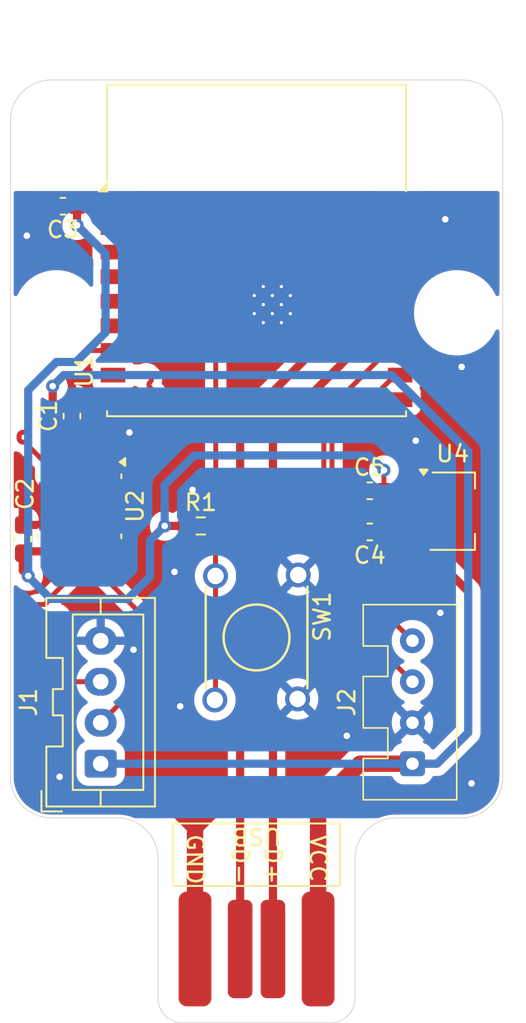
<source format=kicad_pcb>
(kicad_pcb (version 20241229) (generator "pcbnew") (generator_version "9.0")
  (layers (0 "F.Cu" signal) (2 "B.Cu" signal) (13 "F.Paste" user) (15 "B.Paste" user) (5 "F.SilkS" user "F.Silkscreen") (7 "B.SilkS" user "B.Silkscreen") (1 "F.Mask" user) (3 "B.Mask" user) (25 "Edge.Cuts" user))
  (net 0 "")
  (net 1 "+5V")
  (net 2 "GND")
  (net 3 "+3.3V")
  (net 4 "Net-(J2-TX)")
  (net 5 "Net-(J2-RX)")
  (net 6 "Net-(SW1-A)")
  (net 12 "Net-(U1-IO8{slash}CAN_TX)")
  (net 16 "Net-(U1-IO9{slash}CAN_RX)")
  (net 18 "CAN_N")
  (net 19 "CAN_P")
  (net 20 "USB_N")
  (net 21 "USB_P")
  (footprint "Capacitor_SMD:C_0603_1608Metric_Pad1.08x0.95mm_HandSolder" (layer "F.Cu") (at 134.9 83.565 180)
    (property "Reference" "C4" (at 0 -1.43 0) (layer "F.SilkS") (effects (font (thickness 0.153))))
    (property "Value" "0.1u")
    (fp_line (start -0.146267 0.51) (end 0.146267 0.51) (stroke (width 0.12)) (layer "F.SilkS"))
    (fp_line (start -0.146267 -0.51) (end 0.146267 -0.51) (stroke (width 0.12)) (layer "F.SilkS"))
    (pad "1" smd roundrect (at -0.8625 0 180) (size 1.075 0.95) (layers "F.Cu" "F.Mask" "F.Paste") (net 1 "+5V"))
    (pad "2" smd roundrect (at 0.8625 0 180) (size 1.075 0.95) (layers "F.Cu" "F.Mask" "F.Paste") (net 2 "GND"))
  )
  (footprint "Package_TO_SOT_SMD:SOT-89-3" (layer "F.Cu") (at 139.95 82.3)
    (property "Reference" "U4" (at 0 -3.5 0) (layer "F.SilkS") (effects (font (thickness 0.153))))
    (property "Value" "AP130-33Y")
    (fp_line (start -1.22 -2.36) (end 1.36 -2.36) (stroke (width 0.12)) (layer "F.SilkS"))
    (fp_line (start 1.36 -1.38) (end 1.36 -2.36) (stroke (width 0.12)) (layer "F.SilkS"))
    (fp_line (start 1.36 1.38) (end 1.36 2.36) (stroke (width 0.12)) (layer "F.SilkS"))
    (fp_line (start 1.36 2.36) (end -1.36 2.36) (stroke (width 0.12)) (layer "F.SilkS"))
    (fp_poly (pts (xy -1.77 -2.21) (xy -2.01 -2.54) (xy -1.53 -2.54) (xy -1.77 -2.21)) (stroke (width 0.12)) (fill yes) (layer "F.SilkS"))
    (pad "1" smd roundrect (at -1.95 -1.5) (size 1.3 0.9) (layers "F.Cu" "F.Mask" "F.Paste") (net 3 "+3.3V"))
    (pad "2" smd custom (at -1.8625 0) (size 1.475 0.9) (layers "F.Cu" "F.Mask" "F.Paste") (net 2 "GND") (options (clearance outline) (anchor rect)) (primitives (gr_poly (pts (xy 3.8625 0.8665) (xy 0.7375 0.8665) (xy 0.7375 -0.8665) (xy 3.8625 -0.8665)) (width 0) (fill yes))))
    (pad "3" smd roundrect (at -1.95 1.5) (size 1.3 0.9) (layers "F.Cu" "F.Mask" "F.Paste") (net 1 "+5V"))
  )
  (footprint "Capacitor_SMD:C_0603_1608Metric_Pad1.08x0.95mm_HandSolder" (layer "F.Cu") (at 113.75 84 90)
    (property "Reference" "C2" (at 2.75 0.15 90) (layer "F.SilkS") (effects (font (thickness 0.153))))
    (property "Value" "0.1u")
    (fp_line (start -0.146267 -0.51) (end 0.146267 -0.51) (stroke (width 0.12)) (layer "F.SilkS"))
    (fp_line (start -0.146267 0.51) (end 0.146267 0.51) (stroke (width 0.12)) (layer "F.SilkS"))
    (pad "1" smd roundrect (at -0.8625 0 90) (size 1.075 0.95) (layers "F.Cu" "F.Mask" "F.Paste") (net 3 "+3.3V"))
    (pad "2" smd roundrect (at 0.8625 0 90) (size 1.075 0.95) (layers "F.Cu" "F.Mask" "F.Paste") (net 2 "GND"))
  )
  (footprint "circuit-endless-soju-party:DF1B-4P-2.5DSA" (layer "F.Cu") (at 137.5 93.95 90)
    (property "Reference" "J2" (at 0 -4 90) (layer "F.SilkS") (effects (font (thickness 0.153))))
    (property "Value" "UART")
    (fp_line (start 5.95 -3) (end 5.95 2.7) (stroke (width 0.1)) (layer "F.SilkS"))
    (fp_line (start 3.43 -3) (end 5.95 -3) (stroke (width 0.1)) (layer "F.SilkS"))
    (fp_line (start 3.43 -3) (end 3.43 -1.5) (stroke (width 0.1)) (layer "F.SilkS"))
    (fp_line (start -1.57 -3) (end 1.57 -3) (stroke (width 0.1)) (layer "F.SilkS"))
    (fp_line (start -3.42554 -3) (end -5.95 -3) (stroke (width 0.1)) (layer "F.SilkS"))
    (fp_line (start -3.43 -3) (end -3.43 -1.5) (stroke (width 0.1)) (layer "F.SilkS"))
    (fp_line (start -5.95 -3) (end -5.95 2.7) (stroke (width 0.1)) (layer "F.SilkS"))
    (fp_line (start 1.57 -1.5) (end 1.57 -3) (stroke (width 0.1)) (layer "F.SilkS"))
    (fp_line (start 1.57 -1.5) (end 3.43 -1.5) (stroke (width 0.1)) (layer "F.SilkS"))
    (fp_line (start -1.57 -1.5) (end -1.57 -3) (stroke (width 0.1)) (layer "F.SilkS"))
    (fp_line (start -3.43 -1.5) (end -1.57 -1.5) (stroke (width 0.1)) (layer "F.SilkS"))
    (fp_line (start 5.95 2.7) (end -5.95 2.7) (stroke (width 0.1)) (layer "F.SilkS"))
    (pad "1" thru_hole roundrect (at -3.75 0 90) (size 1.524 1.524) (drill 0.762) (layers "*.Cu" "*.Mask") (roundrect_rratio 0.1640419948) (net 1 "+5V"))
    (pad "2" thru_hole circle (at -1.25 0 90) (size 1.524 1.524) (drill 0.762) (layers "*.Cu" "*.Mask") (net 2 "GND"))
    (pad "3" thru_hole circle (at 1.25 0 90) (size 1.524 1.524) (drill 0.762) (layers "*.Cu" "*.Mask") (net 4 "Net-(J2-TX)"))
    (pad "4" thru_hole circle (at 3.75 0 90) (size 1.524 1.524) (drill 0.762) (layers "*.Cu" "*.Mask") (net 5 "Net-(J2-RX)"))
  )
  (footprint "circuit-endless-soju-party:tact" (layer "F.Cu") (at 128 90 -90)
    (property "Reference" "SW1" (at -1.27 -4 90) (layer "F.SilkS") (effects (font (thickness 0.153))))
    (property "Value" "RESET")
    (fp_line (start 3.1 3.1) (end -3.1 3.1) (stroke (width 0.15)) (layer "F.SilkS"))
    (fp_line (start -3.1 -3.1) (end 3.1 -3.1) (stroke (width 0.15)) (layer "F.SilkS"))
    (fp_circle (center 0 0) (end 1.905 -0.635) (stroke (width 0.15)) (fill no) (layer "F.SilkS"))
    (pad "1" thru_hole circle (at -3.81 -2.54 270) (size 1.524 1.524) (drill 1) (layers "*.Cu" "*.Mask") (net 2 "GND"))
    (pad "2" thru_hole circle (at 3.75 -2.5 270) (size 1.524 1.524) (drill 1) (layers "*.Cu" "*.Mask") (net 2 "GND"))
    (pad "3" thru_hole circle (at -3.75 2.5 270) (size 1.524 1.524) (drill 1) (layers "*.Cu" "*.Mask") (net 6 "Net-(SW1-A)"))
    (pad "4" thru_hole circle (at 3.81 2.54 270) (size 1.524 1.524) (drill 1) (layers "*.Cu" "*.Mask") (net 6 "Net-(SW1-A)"))
  )
  (footprint "circuit-endless-soju-party:holeφ3.2" (layer "F.Cu") (at 140.2 70.2)
    (property "Reference" " " (hide yes))
    (property "Value" "holeφ3.2")
    (pad "" np_thru_hole circle (at 0 0) (size 3.2 3.2) (drill 3.2) (layers "*.Cu" "*.Mask") (clearance 1))
  )
  (footprint "Capacitor_SMD:C_0603_1608Metric_Pad1.08x0.95mm_HandSolder" (layer "F.Cu") (at 116.2 63.7 180)
    (property "Reference" "C3" (at 0 -1.43 0) (layer "F.SilkS") (effects (font (thickness 0.153))))
    (property "Value" "0.1u")
    (fp_line (start -0.146267 0.51) (end 0.146267 0.51) (stroke (width 0.12)) (layer "F.SilkS"))
    (fp_line (start -0.146267 -0.51) (end 0.146267 -0.51) (stroke (width 0.12)) (layer "F.SilkS"))
    (pad "1" smd roundrect (at -0.8625 0 180) (size 1.075 0.95) (layers "F.Cu" "F.Mask" "F.Paste") (net 3 "+3.3V"))
    (pad "2" smd roundrect (at 0.8625 0 180) (size 1.075 0.95) (layers "F.Cu" "F.Mask" "F.Paste") (net 2 "GND"))
  )
  (footprint "Capacitor_SMD:C_0603_1608Metric_Pad1.08x0.95mm_HandSolder" (layer "F.Cu") (at 134.9 81.055 180)
    (property "Reference" "C5" (at 0 1.43 0) (layer "F.SilkS") (effects (font (thickness 0.153))))
    (property "Value" "0.1u")
    (fp_line (start -0.146267 0.51) (end 0.146267 0.51) (stroke (width 0.12)) (layer "F.SilkS"))
    (fp_line (start -0.146267 -0.51) (end 0.146267 -0.51) (stroke (width 0.12)) (layer "F.SilkS"))
    (pad "1" smd roundrect (at -0.8625 0 180) (size 1.075 0.95) (layers "F.Cu" "F.Mask" "F.Paste") (net 3 "+3.3V"))
    (pad "2" smd roundrect (at 0.8625 0 180) (size 1.075 0.95) (layers "F.Cu" "F.Mask" "F.Paste") (net 2 "GND"))
  )
  (footprint "Connector_JST:JST_XA_B04B-XASK-1_1x04_P2.50mm_Vertical" (layer "F.Cu") (at 118.5 97.7 90)
    (property "Reference" "J1" (at 3.75 -4.4 90) (layer "F.SilkS") (effects (font (thickness 0.153))))
    (property "Value" "CAN")
    (fp_line (start -1.66 -3.61) (end -2.91 -3.61) (stroke (width 0.12)) (layer "F.SilkS"))
    (fp_line (start -2.91 -3.61) (end -2.91 -2.36) (stroke (width 0.12)) (layer "F.SilkS"))
    (fp_line (start 10.11 -3.31) (end 6.45 -3.31) (stroke (width 0.12)) (layer "F.SilkS"))
    (fp_line (start 6.45 -3.31) (end 6.45 -2.31) (stroke (width 0.12)) (layer "F.SilkS"))
    (fp_line (start 1.05 -3.31) (end -2.61 -3.31) (stroke (width 0.12)) (layer "F.SilkS"))
    (fp_line (start -2.61 -3.31) (end -2.61 3.31) (stroke (width 0.12)) (layer "F.SilkS"))
    (fp_line (start 4.55 -2.91) (end 2.95 -2.91) (stroke (width 0.12)) (layer "F.SilkS"))
    (fp_line (start 2.95 -2.91) (end 2.95 -2.31) (stroke (width 0.12)) (layer "F.SilkS"))
    (fp_line (start 6.45 -2.31) (end 4.55 -2.31) (stroke (width 0.12)) (layer "F.SilkS"))
    (fp_line (start 4.55 -2.31) (end 4.55 -2.91) (stroke (width 0.12)) (layer "F.SilkS"))
    (fp_line (start 2.95 -2.31) (end 1.05 -2.31) (stroke (width 0.12)) (layer "F.SilkS"))
    (fp_line (start 1.05 -2.31) (end 1.05 -3.31) (stroke (width 0.12)) (layer "F.SilkS"))
    (fp_line (start 9.1 -1.7) (end -1.6 -1.7) (stroke (width 0.12)) (layer "F.SilkS"))
    (fp_line (start -1.6 -1.7) (end -1.6 2.6) (stroke (width 0.12)) (layer "F.SilkS"))
    (fp_line (start 10.11 0) (end 9.1 0) (stroke (width 0.12)) (layer "F.SilkS"))
    (fp_line (start -2.61 0) (end -1.6 0) (stroke (width 0.12)) (layer "F.SilkS"))
    (fp_line (start 9.1 2.6) (end 9.1 -1.7) (stroke (width 0.12)) (layer "F.SilkS"))
    (fp_line (start -1.6 2.6) (end 9.1 2.6) (stroke (width 0.12)) (layer "F.SilkS"))
    (fp_line (start 10.11 3.31) (end 10.11 -3.31) (stroke (width 0.12)) (layer "F.SilkS"))
    (fp_line (start -2.61 3.31) (end 10.11 3.31) (stroke (width 0.12)) (layer "F.SilkS"))
    (pad "1" thru_hole roundrect (at 0 0 90) (size 1.7 1.95) (drill 0.95) (layers "*.Cu" "*.Mask") (roundrect_rratio 0.147059) (net 1 "+5V"))
    (pad "2" thru_hole oval (at 2.5 0 90) (size 1.7 1.95) (drill 0.95) (layers "*.Cu" "*.Mask") (net 19 "CAN_P"))
    (pad "3" thru_hole oval (at 5 0 90) (size 1.7 1.95) (drill 0.95) (layers "*.Cu" "*.Mask") (net 18 "CAN_N"))
    (pad "4" thru_hole oval (at 7.5 0 90) (size 1.7 1.95) (drill 0.95) (layers "*.Cu" "*.Mask") (net 2 "GND"))
  )
  (footprint "Package_SO:SOIC-8-1EP_3.9x4.9mm_P1.27mm_EP2.95x4.9mm_Mask2.71x3.4mm" (layer "F.Cu") (at 117.2 82 -90)
    (property "Reference" "U2" (at 0 -3.4 270) (layer "F.SilkS") (effects (font (thickness 0.153))))
    (property "Value" "ATA6561-GAQW")
    (fp_line (start -1.710584 2.56) (end -1.95 2.56) (stroke (width 0.12)) (layer "F.SilkS"))
    (fp_line (start 1.710584 2.56) (end 1.95 2.56) (stroke (width 0.12)) (layer "F.SilkS"))
    (fp_line (start -1.710584 -2.56) (end -1.95 -2.56) (stroke (width 0.12)) (layer "F.SilkS"))
    (fp_line (start 1.710584 -2.56) (end 1.95 -2.56) (stroke (width 0.12)) (layer "F.SilkS"))
    (fp_poly (pts (xy -2.7 -2.465) (xy -2.94 -2.795) (xy -2.46 -2.795) (xy -2.7 -2.465)) (stroke (width 0.12)) (fill yes) (layer "F.SilkS"))
    (pad "1" smd roundrect (at -2.5625 -1.905 270) (size 1.775 0.6) (layers "F.Cu" "F.Mask" "F.Paste") (net 16 "Net-(U1-IO9{slash}CAN_RX)"))
    (pad "2" smd roundrect (at -2.5625 -0.635 270) (size 1.775 0.6) (layers "F.Cu" "F.Mask" "F.Paste") (net 2 "GND"))
    (pad "3" smd roundrect (at -2.5625 0.635 270) (size 1.775 0.6) (layers "F.Cu" "F.Mask" "F.Paste") (net 1 "+5V"))
    (pad "4" smd roundrect (at -2.5625 1.905 270) (size 1.775 0.6) (layers "F.Cu" "F.Mask" "F.Paste") (net 12 "Net-(U1-IO8{slash}CAN_TX)"))
    (pad "5" smd roundrect (at 2.5625 1.905 270) (size 1.775 0.6) (layers "F.Cu" "F.Mask" "F.Paste") (net 3 "+3.3V"))
    (pad "6" smd roundrect (at 2.5625 0.635 270) (size 1.775 0.6) (layers "F.Cu" "F.Mask" "F.Paste") (net 18 "CAN_N"))
    (pad "7" smd roundrect (at 2.5625 -0.635 270) (size 1.775 0.6) (layers "F.Cu" "F.Mask" "F.Paste") (net 19 "CAN_P"))
    (pad "8" smd roundrect (at 2.5625 -1.905 270) (size 1.775 0.6) (layers "F.Cu" "F.Mask" "F.Paste") (net 2 "GND"))
    (pad "9" smd rect (at 0 0 270) (size 2.95 4.9) (property pad_prop_heatsink) (layers "F.Cu") (net 2 "GND"))
  )
  (footprint "Resistor_SMD:R_0603_1608Metric_Pad0.98x0.95mm_HandSolder" (layer "F.Cu") (at 124.6 83.2)
    (property "Reference" "R1" (at 0 -1.43 0) (layer "F.SilkS") (effects (font (thickness 0.153))))
    (property "Value" "10k")
    (fp_line (start -0.254724 -0.5225) (end 0.254724 -0.5225) (stroke (width 0.12)) (layer "F.SilkS"))
    (fp_line (start -0.254724 0.5225) (end 0.254724 0.5225) (stroke (width 0.12)) (layer "F.SilkS"))
    (pad "1" smd roundrect (at -0.9125 0) (size 0.975 0.95) (layers "F.Cu" "F.Mask" "F.Paste") (net 3 "+3.3V"))
    (pad "2" smd roundrect (at 0.9125 0) (size 0.975 0.95) (layers "F.Cu" "F.Mask" "F.Paste") (net 6 "Net-(SW1-A)"))
  )
  (footprint "RF_Module:ESP32-C3-WROOM-02" (layer "F.Cu") (at 128 69.5)
    (property "Reference" "U1" (at -10.5 4.25 90) (layer "F.SilkS") (effects (font (thickness 0.153))))
    (property "Value" "ESP32-C3-MINI-1-N4")
    (fp_line (start -9.11 -13.21) (end -9.11 -7.4) (stroke (width 0.12)) (layer "F.SilkS"))
    (fp_line (start -9.11 -13.21) (end 9.11 -13.21) (stroke (width 0.12)) (layer "F.SilkS"))
    (fp_line (start -9.11 6.71) (end -9.11 7.01) (stroke (width 0.12)) (layer "F.SilkS"))
    (fp_line (start -9.11 7.01) (end 9.11 7.01) (stroke (width 0.12)) (layer "F.SilkS"))
    (fp_line (start 9.11 -13.21) (end 9.11 -6.71) (stroke (width 0.12)) (layer "F.SilkS"))
    (fp_line (start 9.11 6.71) (end 9.11 7.01) (stroke (width 0.12)) (layer "F.SilkS"))
    (fp_poly (pts (xy -9.1 -6.7) (xy -9.6 -6.7) (xy -9.1 -7.2) (xy -9.1 -6.7)) (stroke (width 0.12)) (fill yes) (layer "F.SilkS"))
    (pad "1" smd rect (at -8.75 -6) (size 1.5 0.9) (layers "F.Cu" "F.Mask" "F.Paste") (net 3 "+3.3V"))
    (pad "2" smd rect (at -8.75 -4.5) (size 1.5 0.9) (layers "F.Cu" "F.Mask" "F.Paste") (net 6 "Net-(SW1-A)"))
    (pad "3" smd rect (at -8.75 -3) (size 1.5 0.9) (layers "F.Cu" "F.Mask" "F.Paste"))
    (pad "4" smd rect (at -8.75 -1.5) (size 1.5 0.9) (layers "F.Cu" "F.Mask" "F.Paste"))
    (pad "5" smd rect (at -8.75 0) (size 1.5 0.9) (layers "F.Cu" "F.Mask" "F.Paste"))
    (pad "6" smd rect (at -8.75 1.5) (size 1.5 0.9) (layers "F.Cu" "F.Mask" "F.Paste"))
    (pad "7" smd rect (at -8.75 3) (size 1.5 0.9) (layers "F.Cu" "F.Mask" "F.Paste") (net 12 "Net-(U1-IO8{slash}CAN_TX)"))
    (pad "8" smd rect (at -8.75 4.5) (size 1.5 0.9) (layers "F.Cu" "F.Mask" "F.Paste") (net 16 "Net-(U1-IO9{slash}CAN_RX)"))
    (pad "9" smd rect (at -8.75 6) (size 1.5 0.9) (layers "F.Cu" "F.Mask" "F.Paste") (net 2 "GND"))
    (pad "10" smd rect (at 8.75 6) (size 1.5 0.9) (layers "F.Cu" "F.Mask" "F.Paste"))
    (pad "11" smd rect (at 8.75 4.5) (size 1.5 0.9) (layers "F.Cu" "F.Mask" "F.Paste") (net 5 "Net-(J2-RX)"))
    (pad "12" smd rect (at 8.75 3) (size 1.5 0.9) (layers "F.Cu" "F.Mask" "F.Paste") (net 4 "Net-(J2-TX)"))
    (pad "13" smd rect (at 8.75 1.5) (size 1.5 0.9) (layers "F.Cu" "F.Mask" "F.Paste") (net 21 "USB_P"))
    (pad "14" smd rect (at 8.75 0) (size 1.5 0.9) (layers "F.Cu" "F.Mask" "F.Paste") (net 20 "USB_N"))
    (pad "15" smd rect (at 8.75 -1.5) (size 1.5 0.9) (layers "F.Cu" "F.Mask" "F.Paste"))
    (pad "16" smd rect (at 8.75 -3) (size 1.5 0.9) (layers "F.Cu" "F.Mask" "F.Paste"))
    (pad "17" smd rect (at 8.75 -4.5) (size 1.5 0.9) (layers "F.Cu" "F.Mask" "F.Paste"))
    (pad "18" smd rect (at 8.75 -6) (size 1.5 0.9) (layers "F.Cu" "F.Mask" "F.Paste"))
    (pad "19" thru_hole circle (at -0.14 -0.35) (size 0.6 0.6) (drill 0.2) (property pad_prop_heatsink) (layers "*.Cu" "F.Mask") (net 2 "GND"))
    (pad "19" thru_hole circle (at -0.14 0.75) (size 0.6 0.6) (drill 0.2) (property pad_prop_heatsink) (layers "*.Cu" "F.Mask") (net 2 "GND"))
    (pad "19" thru_hole circle (at 0.41 -0.9) (size 0.6 0.6) (drill 0.2) (property pad_prop_heatsink) (layers "*.Cu" "F.Mask") (net 2 "GND"))
    (pad "19" thru_hole circle (at 0.41 0.2) (size 0.6 0.6) (drill 0.2) (property pad_prop_heatsink) (layers "*.Cu" "F.Mask") (net 2 "GND"))
    (pad "19" thru_hole circle (at 0.41 1.3) (size 0.6 0.6) (drill 0.2) (property pad_prop_heatsink) (layers "*.Cu" "F.Mask") (net 2 "GND"))
    (pad "19" thru_hole circle (at 0.96 -0.35) (size 0.6 0.6) (drill 0.2) (property pad_prop_heatsink) (layers "*.Cu" "F.Mask") (net 2 "GND"))
    (pad "19" smd rect (at 0.96 0.2) (size 2.9 2.9) (property pad_prop_heatsink) (layers "F.Cu" "F.Mask") (net 2 "GND"))
    (pad "19" thru_hole circle (at 0.96 0.75) (size 0.6 0.6) (drill 0.2) (property pad_prop_heatsink) (layers "*.Cu" "F.Mask") (net 2 "GND"))
    (pad "19" thru_hole circle (at 1.51 -0.9) (size 0.6 0.6) (drill 0.2) (property pad_prop_heatsink) (layers "*.Cu" "F.Mask") (net 2 "GND"))
    (pad "19" thru_hole circle (at 1.51 0.2) (size 0.6 0.6) (drill 0.2) (property pad_prop_heatsink) (layers "*.Cu" "F.Mask") (net 2 "GND"))
    (pad "19" thru_hole circle (at 1.51 1.3) (size 0.6 0.6) (drill 0.2) (property pad_prop_heatsink) (layers "*.Cu" "F.Mask") (net 2 "GND"))
    (pad "19" thru_hole circle (at 2.06 -0.35) (size 0.6 0.6) (drill 0.2) (property pad_prop_heatsink) (layers "*.Cu" "F.Mask") (net 2 "GND"))
    (pad "19" thru_hole circle (at 2.06 0.75) (size 0.6 0.6) (drill 0.2) (property pad_prop_heatsink) (layers "*.Cu" "F.Mask") (net 2 "GND"))
    (zone (net 0) (net_name "") (layers "F.Cu" "B.Cu") (connect_pads (clearance 0)) (min_thickness 0.254)
      (keepout (tracks not_allowed) (vias not_allowed) (pads not_allowed) (copperpour not_allowed) (footprints not_allowed))
      (fill (thermal_gap 0.508) (thermal_bridge_width 0.508))
      (polygon (pts (xy 114 62.4) (xy 142 62.4) (xy 142 51.4) (xy 114 51.4)))
    )
  )
  (footprint "Capacitor_SMD:C_0603_1608Metric_Pad1.08x0.95mm_HandSolder" (layer "F.Cu") (at 116.75 76.5 90)
    (property "Reference" "C1" (at 0 -1.43 90) (layer "F.SilkS") (effects (font (thickness 0.153))))
    (property "Value" "0.1u")
    (fp_line (start -0.146267 -0.51) (end 0.146267 -0.51) (stroke (width 0.12)) (layer "F.SilkS"))
    (fp_line (start -0.146267 0.51) (end 0.146267 0.51) (stroke (width 0.12)) (layer "F.SilkS"))
    (pad "1" smd roundrect (at -0.8625 0 90) (size 1.075 0.95) (layers "F.Cu" "F.Mask" "F.Paste") (net 1 "+5V"))
    (pad "2" smd roundrect (at 0.8625 0 90) (size 1.075 0.95) (layers "F.Cu" "F.Mask" "F.Paste") (net 2 "GND"))
  )
  (footprint "circuit-endless-soju-party:holeφ3.2" (layer "F.Cu") (at 115.8 70.2)
    (property "Reference" " " (hide yes))
    (property "Value" "holeφ3.2")
    (pad "" np_thru_hole circle (at 0 0) (size 3.2 3.2) (drill 3.2) (layers "*.Cu" "*.Mask") (clearance 1))
  )
  (footprint "circuit-endless-soju-party:PCB_USB_Connecter" (layer "F.Cu") (at 128 109 -90)
    (property "Reference" "U3" (hide yes))
    (property "Value" "~")
    (fp_rect (start -7.655 -5.08) (end -3.845 5.08) (stroke (width 0.12)) (fill no) (layer "F.SilkS"))
    (fp_text user "USB" (at -7.45 0 180) (layer "F.SilkS") (effects (font (thickness 0.153)) (justify bottom)))
    (fp_text user "GND" (at -3.845 3.75 270) (layer "F.SilkS") (effects (font (thickness 0.153)) (justify right)))
    (fp_text user "D-" (at -3.845 1 270) (layer "F.SilkS") (effects (font (thickness 0.153)) (justify right)))
    (fp_text user "VCC" (at -4 -3.75 270) (layer "F.SilkS") (effects (font (thickness 0.153)) (justify right)))
    (fp_text user "D+" (at -3.845 -1 270) (layer "F.SilkS") (effects (font (thickness 0.153)) (justify right)))
    (pad "1" connect roundrect (at 0 -3.75 270) (size 7 2) (layers "F.Cu" "F.Mask") (net 1 "+5V"))
    (pad "2" connect roundrect (at 0 -1 270) (size 6 1.5) (layers "F.Cu" "F.Mask") (net 21 "USB_P"))
    (pad "3" connect roundrect (at 0 1 270) (size 6 1.5) (layers "F.Cu" "F.Mask") (net 20 "USB_N"))
    (pad "4" connect roundrect (at 0 3.75 270) (size 7 2) (layers "F.Cu" "F.Mask") (net 2 "GND"))
  )
  (gr_line (start 143 58.5) (end 143 98.5) (stroke (width 0.05)) (layer "Edge.Cuts"))
  (gr_arc (start 140.5 56) (mid 142.267767 56.732233) (end 143 58.5) (stroke (width 0.05)) (layer "Edge.Cuts"))
  (gr_line (start 115.5 56) (end 140.5 56) (stroke (width 0.05)) (layer "Edge.Cuts"))
  (gr_arc (start 113 58.5) (mid 113.732233 56.732233) (end 115.5 56) (stroke (width 0.05)) (layer "Edge.Cuts"))
  (gr_arc (start 143 98.5) (mid 142.267767 100.267767) (end 140.5 101) (stroke (width 0.05)) (layer "Edge.Cuts"))
  (gr_arc (start 115.5 101) (mid 113.732233 100.267767) (end 113 98.5) (stroke (width 0.05)) (layer "Edge.Cuts"))
  (gr_line (start 134 103.5) (end 134 112) (stroke (width 0.05)) (layer "Edge.Cuts"))
  (gr_arc (start 123.5 113.5) (mid 122.43934 113.06066) (end 122 112) (stroke (width 0.05)) (layer "Edge.Cuts"))
  (gr_line (start 113 98.5) (end 113 58.5) (stroke (width 0.05)) (layer "Edge.Cuts"))
  (gr_line (start 119.5 101) (end 115.5 101) (stroke (width 0.05)) (layer "Edge.Cuts"))
  (gr_arc (start 134 103.5) (mid 134.732233 101.732233) (end 136.5 101) (stroke (width 0.05)) (layer "Edge.Cuts"))
  (gr_line (start 132.5 113.5) (end 123.5 113.5) (stroke (width 0.05)) (layer "Edge.Cuts"))
  (gr_arc (start 119.5 101) (mid 121.267767 101.732233) (end 122 103.5) (stroke (width 0.05)) (layer "Edge.Cuts"))
  (gr_line (start 122 103.5) (end 122 112) (stroke (width 0.05)) (layer "Edge.Cuts"))
  (gr_line (start 140.5 101) (end 136.5 101) (stroke (width 0.05)) (layer "Edge.Cuts"))
  (gr_arc (start 134 112) (mid 133.56066 113.06066) (end 132.5 113.5) (stroke (width 0.05)) (layer "Edge.Cuts"))
  (segment (start 139 97.7) (end 137.5 97.7) (width 0.5) (layer "F.Cu") (net 1))
  (segment (start 131.75 100.25) (end 134.3 97.7) (width 1) (layer "F.Cu") (net 1))
  (segment (start 137.9 83.7) (end 138 83.8) (width 0.5) (layer "F.Cu") (net 1))
  (segment (start 135.7625 83.565) (end 135.7625 84.8625) (width 0.5) (layer "F.Cu") (net 1))
  (segment (start 116.565 79.4375) (end 116.565 77.5475) (width 0.5) (layer "F.Cu") (net 1))
  (segment (start 115.575 74.675) (end 115.575 76.575) (width 0.5) (layer "F.Cu") (net 1))
  (segment (start 140.9 87.2) (end 140.9 95.8) (width 0.5) (layer "F.Cu") (net 1))
  (segment (start 134.3 97.7) (end 137.5 97.7) (width 1) (layer "F.Cu") (net 1))
  (segment (start 116.3625 77.3625) (end 116.75 77.3625) (width 0.5) (layer "F.Cu") (net 1))
  (segment (start 135.8975 83.7) (end 137.9 83.7) (width 0.5) (layer "F.Cu") (net 1))
  (segment (start 136.7 85.8) (end 139.5 85.8) (width 0.5) (layer "F.Cu") (net 1))
  (segment (start 115.575 76.575) (end 116.3625 77.3625) (width 0.5) (layer "F.Cu") (net 1))
  (segment (start 131.75 109) (end 131.75 100.25) (width 1) (layer "F.Cu") (net 1))
  (segment (start 140.9 95.8) (end 139 97.7) (width 0.5) (layer "F.Cu") (net 1))
  (segment (start 135.7625 83.565) (end 135.8975 83.7) (width 0.5) (layer "F.Cu") (net 1))
  (segment (start 116.565 77.5475) (end 116.75 77.3625) (width 0.5) (layer "F.Cu") (net 1))
  (segment (start 139.5 85.8) (end 140.9 87.2) (width 0.5) (layer "F.Cu") (net 1))
  (segment (start 135.7625 84.8625) (end 136.7 85.8) (width 0.5) (layer "F.Cu") (net 1))
  (via (at 115.575 74.675) (size 0.8) (drill 0.4) (layers "F.Cu" "B.Cu") (net 1))
  (segment (start 136.25 74) (end 140.9 78.65) (width 0.5) (layer "B.Cu") (net 1))
  (segment (start 140.9 78.65) (end 140.9 95.8) (width 0.5) (layer "B.Cu") (net 1))
  (segment (start 116.25 74) (end 136.25 74) (width 0.5) (layer "B.Cu") (net 1))
  (segment (start 137.5 97.7) (end 118.5 97.7) (width 0.5) (layer "B.Cu") (net 1))
  (segment (start 140.9 95.8) (end 139 97.7) (width 0.5) (layer "B.Cu") (net 1))
  (segment (start 139 97.7) (end 137.5 97.7) (width 0.5) (layer "B.Cu") (net 1))
  (segment (start 115.575 74.675) (end 116.25 74) (width 0.5) (layer "B.Cu") (net 1))
  (segment (start 124.25 100.25) (end 124.25 109) (width 1) (layer "F.Cu") (net 2))
  (via (at 139.2 88.5) (size 0.8) (drill 0.4) (layers "F.Cu" "B.Cu") (net 2))
  (via (at 114 65.5) (size 0.8) (drill 0.4) (layers "F.Cu" "B.Cu") (net 2))
  (via (at 123 86) (size 0.8) (drill 0.4) (layers "F.Cu" "B.Cu") (net 2))
  (via (at 133.5 96) (size 0.8) (drill 0.4) (layers "F.Cu" "B.Cu") (net 2))
  (via (at 116 98.5) (size 0.8) (drill 0.4) (layers "F.Cu" "B.Cu") (net 2))
  (via (at 137.7 78) (size 0.8) (drill 0.4) (layers "F.Cu" "B.Cu") (net 2))
  (via (at 124.1 81) (size 0.8) (drill 0.4) (layers "F.Cu" "B.Cu") (net 2))
  (via (at 139.5 64.5) (size 0.8) (drill 0.4) (layers "F.Cu" "B.Cu") (net 2))
  (via (at 140.5 73.5) (size 0.8) (drill 0.4) (layers "F.Cu" "B.Cu") (net 2))
  (via (at 123.35 94.2) (size 0.8) (drill 0.4) (layers "F.Cu" "B.Cu") (net 2))
  (via (at 141.1 98.9) (size 0.8) (drill 0.4) (layers "F.Cu" "B.Cu") (net 2))
  (via (at 120.25 77.5) (size 0.8) (drill 0.4) (layers "F.Cu" "B.Cu") (net 2))
  (via (at 120.5 90.75) (size 0.8) (drill 0.4) (layers "F.Cu" "B.Cu") (net 2))
  (segment (start 123.6875 83.2) (end 122.4 83.2) (width 0.5) (layer "F.Cu") (net 3))
  (segment (start 117.1875 63.575) (end 117.0625 63.7) (width 0.5) (layer "F.Cu") (net 3))
  (segment (start 135.7625 81.055) (end 135.8675 80.95) (width 0.3) (layer "F.Cu") (net 3))
  (segment (start 115.1075 84.75) (end 115.295 84.5625) (width 0.5) (layer "F.Cu") (net 3))
  (segment (start 113.8625 84.75) (end 115.1075 84.75) (width 0.5) (layer "F.Cu") (net 3))
  (segment (start 135.8675 80.95) (end 137.85 80.95) (width 0.3) (layer "F.Cu") (net 3))
  (segment (start 119.175 63.575) (end 117.1875 63.575) (width 0.5) (layer "F.Cu") (net 3))
  (segment (start 117.0625 63.7) (end 117.0625 64.8625) (width 0.5) (layer "F.Cu") (net 3))
  (segment (start 137.85 80.95) (end 138 80.8) (width 0.3) (layer "F.Cu") (net 3))
  (segment (start 113.75 85.915665) (end 114.084335 86.25) (width 0.5) (layer "F.Cu") (net 3))
  (segment (start 135.7625 79.8) (end 135.7625 81.055) (width 0.3) (layer "F.Cu") (net 3))
  (segment (start 113.75 84.8625) (end 113.8625 84.75) (width 0.5) (layer "F.Cu") (net 3))
  (segment (start 113.75 84.8625) (end 113.75 85.915665) (width 0.5) (layer "F.Cu") (net 3))
  (segment (start 119.25 63.5) (end 119.175 63.575) (width 0.5) (layer "F.Cu") (net 3))
  (via (at 122.4 83.2) (size 0.8) (drill 0.4) (layers "F.Cu" "B.Cu") (net 3))
  (via (at 135.7625 79.8) (size 0.8) (drill 0.4) (layers "F.Cu" "B.Cu") (net 3))
  (via (at 117.0625 64.8625) (size 0.8) (drill 0.4) (layers "F.Cu" "B.Cu") (net 3))
  (via (at 114.084335 86.25) (size 0.8) (drill 0.4) (layers "F.Cu" "B.Cu") (net 3))
  (segment (start 134.8625 78.9) (end 124.2 78.9) (width 0.5) (layer "B.Cu") (net 3))
  (segment (start 122.4 83.2) (end 121.5 84.1) (width 0.5) (layer "B.Cu") (net 3))
  (segment (start 114.084335 86.284335) (end 114.084335 74.915665) (width 0.5) (layer "B.Cu") (net 3))
  (segment (start 135.7625 79.8) (end 134.8625 78.9) (width 0.5) (layer "B.Cu") (net 3))
  (segment (start 121.5 84.1) (end 121.5 86.3) (width 0.5) (layer "B.Cu") (net 3))
  (segment (start 114.084335 74.915665) (end 115.8 73.2) (width 0.5) (layer "B.Cu") (net 3))
  (segment (start 124.2 78.9) (end 122.4 80.7) (width 0.5) (layer "B.Cu") (net 3))
  (segment (start 121.5 86.3) (end 120.15 87.65) (width 0.5) (layer "B.Cu") (net 3))
  (segment (start 120.15 87.65) (end 115.45 87.65) (width 0.5) (layer "B.Cu") (net 3))
  (segment (start 115.8 73.2) (end 117 73.2) (width 0.5) (layer "B.Cu") (net 3))
  (segment (start 122.4 80.7) (end 122.4 83.2) (width 0.5) (layer "B.Cu") (net 3))
  (segment (start 118.8 71.4) (end 118.8 66.6) (width 0.5) (layer "B.Cu") (net 3))
  (segment (start 117 73.2) (end 118.8 71.4) (width 0.5) (layer "B.Cu") (net 3))
  (segment (start 118.8 66.6) (end 117.0625 64.8625) (width 0.5) (layer "B.Cu") (net 3))
  (segment (start 115.45 87.65) (end 114.084335 86.284335) (width 0.5) (layer "B.Cu") (net 3))
  (segment (start 133.678132 88.878132) (end 133.59328 88.79328) (width 0.3) (layer "F.Cu") (net 4))
  (segment (start 133.710028 89.694766) (end 133.625175 89.609913) (width 0.3) (layer "F.Cu") (net 4))
  (segment (start 132.1 76.4) (end 136 72.5) (width 0.3) (layer "F.Cu") (net 4))
  (segment (start 136 72.5) (end 136.75 72.5) (width 0.3) (layer "F.Cu") (net 4))
  (segment (start 133.625175 89.270501) (end 133.678131 89.217542) (width 0.3) (layer "F.Cu") (net 4))
  (segment (start 134.102397 89.641809) (end 134.049438 89.694765) (width 0.3) (layer "F.Cu") (net 4))
  (segment (start 133.59328 88.79328) (end 132.427006 87.627006) (width 0.3) (layer "F.Cu") (net 4))
  (segment (start 132.1 87.3) (end 132.1 76.4) (width 0.3) (layer "F.Cu") (net 4))
  (segment (start 137.5 92.7) (end 134.441809 89.641809) (width 0.3) (layer "F.Cu") (net 4))
  (segment (start 132.427006 87.627006) (end 132.1 87.3) (width 0.3) (layer "F.Cu") (net 4))
  (arc (start 133.625175 89.609913) (mid 133.554879 89.440206) (end 133.625175 89.270501) (width 0.3) (layer "F.Cu") (net 4))
  (arc (start 134.049438 89.694765) (mid 133.879733 89.765061) (end 133.710028 89.694766) (width 0.3) (layer "F.Cu") (net 4))
  (arc (start 134.441809 89.641809) (mid 134.272102 89.571513) (end 134.102397 89.641809) (width 0.3) (layer "F.Cu") (net 4))
  (arc (start 133.678131 89.217542) (mid 133.748427 89.047837) (end 133.678132 88.878132) (width 0.3) (layer "F.Cu") (net 4))
  (segment (start 137.5 90.2) (end 135.621251 88.321251) (width 0.3) (layer "F.Cu") (net 5))
  (segment (start 136.45 74) (end 136.75 74) (width 0.3) (layer "F.Cu") (net 5))
  (segment (start 134.178744 86.878744) (end 134.178746 86.878746) (width 0.3) (layer "F.Cu") (net 5))
  (segment (start 132.6 85.3) (end 132.6 77.85) (width 0.3) (layer "F.Cu") (net 5))
  (segment (start 134.580694 86.476795) (end 134.178744 86.878744) (width 0.3) (layer "F.Cu") (net 5))
  (segment (start 133.499922 86.199922) (end 132.82248 85.52248) (width 0.3) (layer "F.Cu") (net 5))
  (segment (start 135.004961 86.56165) (end 134.920106 86.476795) (width 0.3) (layer "F.Cu") (net 5))
  (segment (start 134.285916 88.129227) (end 134.20106 88.044371) (width 0.3) (layer "F.Cu") (net 5))
  (segment (start 135.027279 87.727279) (end 134.625328 88.129227) (width 0.3) (layer "F.Cu") (net 5))
  (segment (start 135.429243 87.325313) (end 135.196983 87.557572) (width 0.3) (layer "F.Cu") (net 5))
  (segment (start 134.603012 87.303012) (end 135.004961 86.901062) (width 0.3) (layer "F.Cu") (net 5))
  (segment (start 135.621251 87.981839) (end 135.85351 87.749579) (width 0.3) (layer "F.Cu") (net 5))
  (segment (start 133.584773 86.284774) (end 133.499922 86.199922) (width 0.3) (layer "F.Cu") (net 5))
  (segment (start 134.201061 87.704961) (end 134.603009 87.30301) (width 0.3) (layer "F.Cu") (net 5))
  (segment (start 133.352544 86.856415) (end 133.584774 86.624186) (width 0.3) (layer "F.Cu") (net 5))
  (segment (start 135.196983 87.557572) (end 135.027278 87.727277) (width 0.3) (layer "F.Cu") (net 5))
  (segment (start 134.603009 87.30301) (end 134.603012 87.303012) (width 0.3) (layer "F.Cu") (net 5))
  (segment (start 135.85351 87.410168) (end 135.768655 87.325313) (width 0.3) (layer "F.Cu") (net 5))
  (segment (start 132.6 77.85) (end 136.45 74) (width 0.3) (layer "F.Cu") (net 5))
  (segment (start 135.027278 87.727277) (end 135.027279 87.727279) (width 0.3) (layer "F.Cu") (net 5))
  (segment (start 133.437399 87.280681) (end 133.352545 87.195827) (width 0.3) (layer "F.Cu") (net 5))
  (segment (start 132.82248 85.52248) (end 132.6 85.3) (width 0.3) (layer "F.Cu") (net 5))
  (segment (start 134.009039 87.04845) (end 133.776809 87.28068) (width 0.3) (layer "F.Cu") (net 5))
  (segment (start 134.178746 86.878746) (end 134.009039 87.04845) (width 0.3) (layer "F.Cu") (net 5))
  (arc (start 133.584774 86.624186) (mid 133.655068 86.454479) (end 133.584773 86.284774) (width 0.3) (layer "F.Cu") (net 5))
  (arc (start 134.920106 86.476795) (mid 134.7504 86.4065) (end 134.580694 86.476795) (width 0.3) (layer "F.Cu") (net 5))
  (arc (start 133.776809 87.28068) (mid 133.607104 87.350976) (end 133.437399 87.280681) (width 0.3) (layer "F.Cu") (net 5))
  (arc (start 135.768655 87.325313) (mid 135.598949 87.255018) (end 135.429243 87.325313) (width 0.3) (layer "F.Cu") (net 5))
  (arc (start 134.625328 88.129227) (mid 134.455623 88.199523) (end 134.285916 88.129227) (width 0.3) (layer "F.Cu") (net 5))
  (arc (start 135.621251 88.321251) (mid 135.550956 88.151545) (end 135.621251 87.981839) (width 0.3) (layer "F.Cu") (net 5))
  (arc (start 133.352545 87.195827) (mid 133.28225 87.026122) (end 133.352544 86.856415) (width 0.3) (layer "F.Cu") (net 5))
  (arc (start 135.85351 87.749579) (mid 135.923805 87.579873) (end 135.85351 87.410168) (width 0.3) (layer "F.Cu") (net 5))
  (arc (start 135.004961 86.901062) (mid 135.075256 86.731356) (end 135.004961 86.56165) (width 0.3) (layer "F.Cu") (net 5))
  (arc (start 134.20106 88.044371) (mid 134.130765 87.874666) (end 134.201061 87.704961) (width 0.3) (layer "F.Cu") (net 5))
  (segment (start 119.25 65) (end 119.55 65) (width 0.3) (layer "F.Cu") (net 6))
  (segment (start 125.5 83.2125) (end 125.5125 83.2) (width 0.3) (layer "F.Cu") (net 6))
  (segment (start 119.55 65) (end 125.5125 70.9625) (width 0.3) (layer "F.Cu") (net 6))
  (segment (start 125.5125 70.9625) (end 125.5125 83.2) (width 0.3) (layer "F.Cu") (net 6))
  (segment (start 125.5 86.25) (end 125.5 93.77) (width 0.3) (layer "F.Cu") (net 6))
  (segment (start 125.5 86.25) (end 125.5 83.2125) (width 0.3) (layer "F.Cu") (net 6))
  (segment (start 125.5 93.77) (end 125.46 93.81) (width 0.3) (layer "B.Cu") (net 6))
  (segment (start 114.1 77.25) (end 114.1 77.13) (width 0.3) (layer "F.Cu") (net 12))
  (segment (start 117.7 72.5) (end 119.25 72.5) (width 0.3) (layer "F.Cu") (net 12))
  (segment (start 114.1 76.198106) (end 114.1 74.9) (width 0.3) (layer "F.Cu") (net 12))
  (segment (start 114.1 74.9) (end 115.8 73.2) (width 0.3) (layer "F.Cu") (net 12))
  (segment (start 115.295 79.525) (end 114.1 78.33) (width 0.3) (layer "F.Cu") (net 12))
  (segment (start 117 73.2) (end 117.7 72.5) (width 0.3) (layer "F.Cu") (net 12))
  (segment (start 113.86 78.09) (end 113.76603 78.09) (width 0.3) (layer "F.Cu") (net 12))
  (segment (start 113.76603 77.49) (end 113.86 77.49) (width 0.3) (layer "F.Cu") (net 12))
  (segment (start 114.1 77.13) (end 114.1 76.198106) (width 0.3) (layer "F.Cu") (net 12))
  (segment (start 113.52603 77.85) (end 113.52603 77.73) (width 0.3) (layer "F.Cu") (net 12))
  (segment (start 115.8 73.2) (end 117 73.2) (width 0.3) (layer "F.Cu") (net 12))
  (arc (start 113.86 77.49) (mid 114.029706 77.419706) (end 114.1 77.25) (width 0.3) (layer "F.Cu") (net 12))
  (arc (start 113.52603 77.73) (mid 113.596324 77.560294) (end 113.76603 77.49) (width 0.3) (layer "F.Cu") (net 12))
  (arc (start 114.1 78.33) (mid 114.029706 78.160294) (end 113.86 78.09) (width 0.3) (layer "F.Cu") (net 12))
  (arc (start 113.76603 78.09) (mid 113.596324 78.019706) (end 113.52603 77.85) (width 0.3) (layer "F.Cu") (net 12))
  (segment (start 119.25 74) (end 120.735032 74) (width 0.3) (layer "F.Cu") (net 16))
  (segment (start 122 77.549737) (end 122 77.6) (width 0.3) (layer "F.Cu") (net 16))
  (segment (start 122 75.869737) (end 122 75.749737) (width 0.3) (layer "F.Cu") (net 16))
  (segment (start 120.735032 74) (end 120.75 74) (width 0.3) (layer "F.Cu") (net 16))
  (segment (start 120.742123 78.857881) (end 120.657269 78.942732) (width 0.3) (layer "F.Cu") (net 16))
  (segment (start 121.089412 74.000001) (end 121.103553 73.985857) (width 0.3) (layer "F.Cu") (net 16))
  (segment (start 121.142392 78.918738) (end 121.081535 78.857881) (width 0.3) (layer "F.Cu") (net 16))
  (segment (start 121.76 76.709737) (end 121.74 76.709737) (width 0.3) (layer "F.Cu") (net 16))
  (segment (start 120.075 79.525) (end 119.105 79.525) (width 0.3) (layer "F.Cu") (net 16))
  (segment (start 121.566656 78.833884) (end 121.481802 78.918739) (width 0.3) (layer "F.Cu") (net 16))
  (segment (start 122.24 77.309737) (end 122.26 77.309737) (width 0.3) (layer "F.Cu") (net 16))
  (segment (start 121.598528 74.848528) (end 122 75.25) (width 0.3) (layer "F.Cu") (net 16))
  (segment (start 120.657269 78.942732) (end 120.075 79.525) (width 0.3) (layer "F.Cu") (net 16))
  (segment (start 122.26 76.709737) (end 122.24 76.709737) (width 0.3) (layer "F.Cu") (net 16))
  (segment (start 122 75.749737) (end 122 75.25) (width 0.3) (layer "F.Cu") (net 16))
  (segment (start 121.513674 74.763675) (end 121.598528 74.848528) (width 0.3) (layer "F.Cu") (net 16))
  (segment (start 122.5 77.069737) (end 122.5 76.949737) (width 0.3) (layer "F.Cu") (net 16))
  (segment (start 121.505798 78.433614) (end 121.566656 78.494472) (width 0.3) (layer "F.Cu") (net 16))
  (segment (start 122 77.6) (end 121.505798 78.094202) (width 0.3) (layer "F.Cu") (net 16))
  (segment (start 121.5 76.469737) (end 121.5 76.349737) (width 0.3) (layer "F.Cu") (net 16))
  (segment (start 122.24 76.709737) (end 121.76 76.709737) (width 0.3) (layer "F.Cu") (net 16))
  (segment (start 121.527817 74.410122) (end 121.513673 74.424263) (width 0.3) (layer "F.Cu") (net 16))
  (segment (start 121.74 76.109737) (end 121.76 76.109737) (width 0.3) (layer "F.Cu") (net 16))
  (segment (start 121.442965 73.985858) (end 121.527817 74.07071) (width 0.3) (layer "F.Cu") (net 16))
  (arc (start 121.527817 74.07071) (mid 121.598111 74.240415) (end 121.527817 74.410122) (width 0.3) (layer "F.Cu") (net 16))
  (arc (start 121.505798 78.094202) (mid 121.435502 78.263909) (end 121.505798 78.433614) (width 0.3) (layer "F.Cu") (net 16))
  (arc (start 121.76 76.109737) (mid 121.929706 76.039443) (end 122 75.869737) (width 0.3) (layer "F.Cu") (net 16))
  (arc (start 121.103553 73.985857) (mid 121.273259 73.915564) (end 121.442965 73.985858) (width 0.3) (layer "F.Cu") (net 16))
  (arc (start 121.481802 78.918739) (mid 121.312098 78.989032) (end 121.142392 78.918738) (width 0.3) (layer "F.Cu") (net 16))
  (arc (start 121.5 76.349737) (mid 121.570294 76.180031) (end 121.74 76.109737) (width 0.3) (layer "F.Cu") (net 16))
  (arc (start 122 77.549737) (mid 122.070294 77.380031) (end 122.24 77.309737) (width 0.3) (layer "F.Cu") (net 16))
  (arc (start 121.081535 78.857881) (mid 120.911828 78.787587) (end 120.742123 78.857881) (width 0.3) (layer "F.Cu") (net 16))
  (arc (start 121.566656 78.494472) (mid 121.63695 78.664179) (end 121.566656 78.833884) (width 0.3) (layer "F.Cu") (net 16))
  (arc (start 121.74 76.709737) (mid 121.570294 76.639443) (end 121.5 76.469737) (width 0.3) (layer "F.Cu") (net 16))
  (arc (start 122.5 76.949737) (mid 122.429706 76.780031) (end 122.26 76.709737) (width 0.3) (layer "F.Cu") (net 16))
  (arc (start 122.26 77.309737) (mid 122.429706 77.239443) (end 122.5 77.069737) (width 0.3) (layer "F.Cu") (net 16))
  (arc (start 120.75 74) (mid 120.919706 74.070294) (end 121.089412 74.000001) (width 0.3) (layer "F.Cu") (net 16))
  (arc (start 121.513673 74.424263) (mid 121.44338 74.593969) (end 121.513674 74.763675) (width 0.3) (layer "F.Cu") (net 16))
  (segment (start 115.01 87.99) (end 114.689675 87.99) (width 0.3) (layer "F.Cu") (net 18))
  (segment (start 116.565 86.435) (end 115.25 87.75) (width 0.3) (layer "F.Cu") (net 18))
  (segment (start 114.449675 88.23) (end 114.449675 88.35) (width 0.3) (layer "F.Cu") (net 18))
  (segment (start 115.25 89.55) (end 115.25 91.168986) (width 0.3) (layer "F.Cu") (net 18))
  (segment (start 115.25 91.168986) (end 115.25 91.5) (width 0.3) (layer "F.Cu") (net 18))
  (segment (start 115.49 88.59) (end 115.810304 88.59) (width 0.3) (layer "F.Cu") (net 18))
  (segment (start 116.45 92.7) (end 118.5 92.7) (width 0.3) (layer "F.Cu") (net 18))
  (segment (start 115.25 91.5) (end 116.45 92.7) (width 0.3) (layer "F.Cu") (net 18))
  (segment (start 115.01 88.59) (end 115.49 88.59) (width 0.3) (layer "F.Cu") (net 18))
  (segment (start 115.25 89.43) (end 115.25 89.55) (width 0.3) (layer "F.Cu") (net 18))
  (segment (start 114.689675 88.59) (end 115.01 88.59) (width 0.3) (layer "F.Cu") (net 18))
  (segment (start 116.565 84.475) (end 116.565 86.435) (width 0.3) (layer "F.Cu") (net 18))
  (segment (start 115.810304 89.19) (end 115.49 89.19) (width 0.3) (layer "F.Cu") (net 18))
  (segment (start 116.050304 88.83) (end 116.050304 88.95) (width 0.3) (layer "F.Cu") (net 18))
  (arc (start 116.050304 88.95) (mid 115.98001 89.119706) (end 115.810304 89.19) (width 0.3) (layer "F.Cu") (net 18))
  (arc (start 114.689675 87.99) (mid 114.519969 88.060294) (end 114.449675 88.23) (width 0.3) (layer "F.Cu") (net 18))
  (arc (start 114.449675 88.35) (mid 114.519969 88.519706) (end 114.689675 88.59) (width 0.3) (layer "F.Cu") (net 18))
  (arc (start 115.49 89.19) (mid 115.320294 89.260294) (end 115.25 89.43) (width 0.3) (layer "F.Cu") (net 18))
  (arc (start 115.810304 88.59) (mid 115.98001 88.660294) (end 116.050304 88.83) (width 0.3) (layer "F.Cu") (net 18))
  (arc (start 115.25 87.75) (mid 115.179706 87.919706) (end 115.01 87.99) (width 0.3) (layer "F.Cu") (net 18))
  (segment (start 122 89.614999) (end 122 91.7) (width 0.3) (layer "F.Cu") (net 19))
  (segment (start 117.835 84.475) (end 117.835 85.449999) (width 0.3) (layer "F.Cu") (net 19))
  (segment (start 117.835 85.449999) (end 122 89.614999) (width 0.3) (layer "F.Cu") (net 19))
  (segment (start 122 91.7) (end 118.5 95.2) (width 0.3) (layer "F.Cu") (net 19))
  (segment (start 127 109) (end 127 77) (width 0.5) (layer "F.Cu") (net 20))
  (segment (start 134.5 69.5) (end 136.75 69.5) (width 0.5) (layer "F.Cu") (net 20))
  (segment (start 127 77) (end 134.5 69.5) (width 0.5) (layer "F.Cu") (net 20))
  (segment (start 128.72 83.963238) (end 128.371218 83.963238) (width 0.5) (layer "F.Cu") (net 21))
  (segment (start 129 81.448113) (end 129 77.5) (width 0.5) (layer "F.Cu") (net 21))
  (segment (start 128.091218 83.683238) (end 128.091218 83.543238) (width 0.5) (layer "F.Cu") (net 21))
  (segment (start 129 77.5) (end 135.5 71) (width 0.5) (layer "F.Cu") (net 21))
  (segment (start 129.28 84.663238) (end 129.628767 84.663238) (width 0.5) (layer "F.Cu") (net 21))
  (segment (start 129 109) (end 129 84.943238) (width 0.5) (layer "F.Cu") (net 21))
  (segment (start 128.371218 83.263238) (end 128.72 83.263238) (width 0.5) (layer "F.Cu") (net 21))
  (segment (start 135.5 71) (end 136.75 71) (width 0.5) (layer "F.Cu") (net 21))
  (segment (start 129.628767 83.963238) (end 129.28 83.963238) (width 0.5) (layer "F.Cu") (net 21))
  (segment (start 129.908767 84.383238) (end 129.908767 84.243238) (width 0.5) (layer "F.Cu") (net 21))
  (segment (start 129.28 83.963238) (end 128.72 83.963238) (width 0.5) (layer "F.Cu") (net 21))
  (segment (start 129 82.843238) (end 129 81.448113) (width 0.5) (layer "F.Cu") (net 21))
  (segment (start 129 82.983238) (end 129 82.843238) (width 0.5) (layer "F.Cu") (net 21))
  (arc (start 129.908767 84.243238) (mid 129.826757 84.045248) (end 129.628767 83.963238) (width 0.5) (layer "F.Cu") (net 21))
  (arc (start 129 84.943238) (mid 129.08201 84.745248) (end 129.28 84.663238) (width 0.5) (layer "F.Cu") (net 21))
  (arc (start 129.628767 84.663238) (mid 129.826757 84.581228) (end 129.908767 84.383238) (width 0.5) (layer "F.Cu") (net 21))
  (arc (start 128.72 83.263238) (mid 128.91799 83.181228) (end 129 82.983238) (width 0.5) (layer "F.Cu") (net 21))
  (arc (start 128.091218 83.543238) (mid 128.173228 83.345248) (end 128.371218 83.263238) (width 0.5) (layer "F.Cu") (net 21))
  (arc (start 128.371218 83.963238) (mid 128.173228 83.881228) (end 128.091218 83.683238) (width 0.5) (layer "F.Cu") (net 21))
  (zone (net 2) (net_name "GND") (layer "F.Cu") (connect_pads (clearance 0.5)) (min_thickness 0.25) (fill yes (thermal_gap 0.5) (thermal_bridge_width 0.5))
    (polygon (pts (xy 143.025 101.025) (xy 125.5 101.025) (xy 124.75 101.775) (xy 123.75 101.775) (xy 123 101.025) (xy 112.972798 101.025) (xy 112.975 62.775) (xy 143.025 62.775)))
  )
  (zone (net 2) (net_name "GND") (layer "B.Cu") (connect_pads (clearance 0.5)) (min_thickness 0.25) (fill yes (thermal_gap 0.5) (thermal_bridge_width 0.5))
    (polygon (pts (xy 112.975 62.775) (xy 143.025 62.775) (xy 143.025 101.025) (xy 112.975 101.025)))
  )
)
</source>
